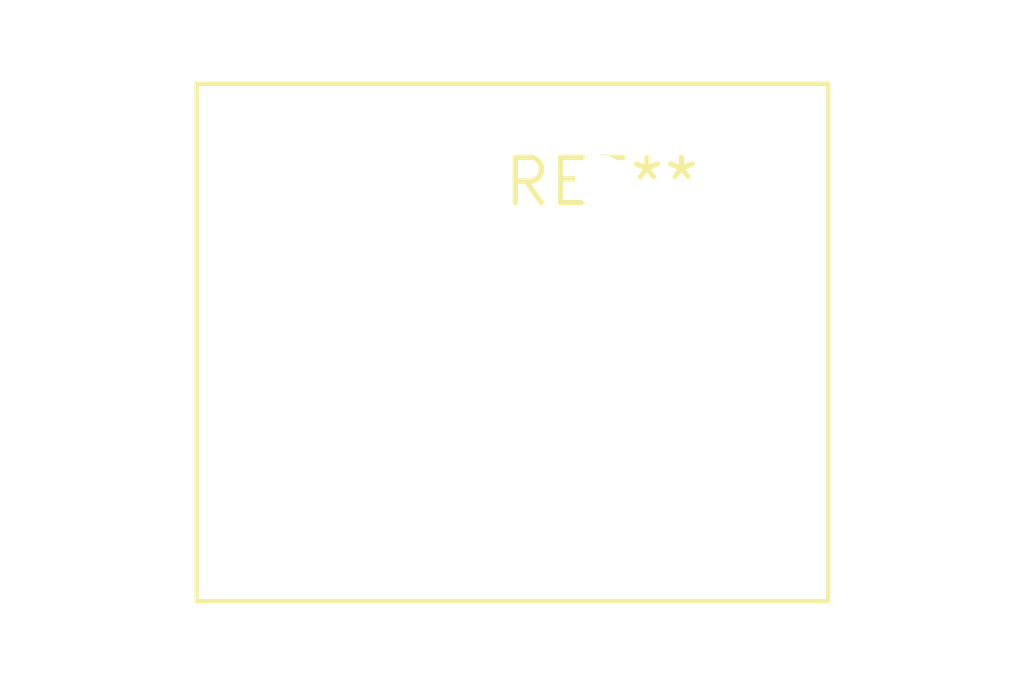
<source format=kicad_pcb>
(kicad_pcb (version 20240108) (generator pcbnew)
  (layers (0 "F.Cu" signal) (31 "B.Cu" signal) (34 "B.Paste" user) (35 "F.Paste" user) (36 "B.SilkS" user "B.Silkscreen") (37 "F.SilkS" user "F.Silkscreen") (38 "B.Mask" user) (39 "F.Mask" user) (44 "Edge.Cuts" user))
  (net 0 "")
  (footprint "SW_Matias_1.50u" (layer "F.Cu") (at 0 0)
    (property "Reference" "REF**")
    (property "Value" "SW_Matias_1.50u")
    (fp_line (start -11.35 -2.75) (end 6.35 -2.75) (layer "F.SilkS") (stroke (width 0.12)))
    (fp_line (start -11.35 11.75) (end -11.35 -2.75) (layer "F.SilkS") (stroke (width 0.12)))
    (fp_line (start 6.35 -2.75) (end 6.35 11.75) (layer "F.SilkS") (stroke (width 0.12)))
    (fp_line (start 6.35 11.75) (end -11.35 11.75) (layer "F.SilkS") (stroke (width 0.12)))
    (pad "1" thru_hole circle (at 0 0) (size 2.2 2.2) (drill 1.5) (layers *.Cu *.Mask) (remove_unused_layers))
    (pad "2" thru_hole circle (at -5 0.5) (size 2.2 2.2) (drill 1.5) (layers *.Cu *.Mask) (remove_unused_layers))
  )
)
</source>
